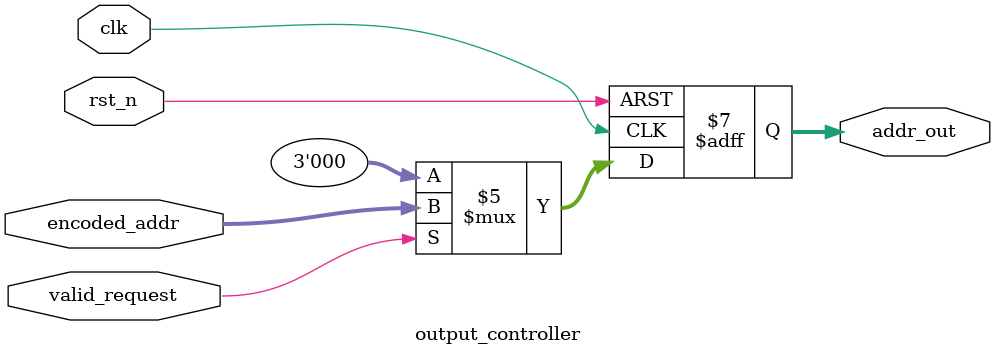
<source format=sv>
module prio_enc_sync_rst #(
  parameter WIDTH = 8,  // 输入请求宽度
  parameter ADDR  = 3   // 输出地址宽度
)(
  input                  clk,      // 时钟信号
  input                  rst_n,    // 低电平有效复位
  input      [WIDTH-1:0] req_in,   // 请求输入信号
  output reg [ADDR-1:0]  addr_out  // 地址输出
);

  // 内部连线
  wire [ADDR-1:0] encoded_addr;
  wire            valid_request;

  // 实例化请求处理模块
  request_detector #(
    .WIDTH(WIDTH)
  ) req_detect_inst (
    .req_in        (req_in),
    .valid_request (valid_request)
  );

  // 实例化编码逻辑模块
  priority_encoder #(
    .WIDTH(WIDTH),
    .ADDR(ADDR)
  ) encoder_inst (
    .req_in       (req_in),
    .encoded_addr (encoded_addr)
  );

  // 实例化输出控制模块
  output_controller #(
    .ADDR(ADDR)
  ) out_ctrl_inst (
    .clk          (clk),
    .rst_n        (rst_n),
    .valid_request(valid_request),
    .encoded_addr (encoded_addr),
    .addr_out     (addr_out)
  );

endmodule

//-----------------------------------------------------------------------------
// 子模块: 请求检测模块
//-----------------------------------------------------------------------------
module request_detector #(
  parameter WIDTH = 8  // 输入请求宽度
)(
  input  [WIDTH-1:0] req_in,        // 请求输入信号
  output             valid_request  // 有效请求指示
);

  // 使用归约或操作检测有效请求
  assign valid_request = |req_in;

endmodule

//-----------------------------------------------------------------------------
// 子模块: 优先级编码逻辑模块
//-----------------------------------------------------------------------------
module priority_encoder #(
  parameter WIDTH = 8,  // 输入请求宽度
  parameter ADDR  = 3   // 输出地址宽度
)(
  input  [WIDTH-1:0] req_in,        // 请求输入信号
  output [ADDR-1:0]  encoded_addr   // 编码地址结果
);

  // 内部信号
  reg [ADDR-1:0] addr_comb;
  reg [WIDTH-1:0] mask;
  integer i;

  // 优化后的组合逻辑实现优先级编码
  always @(*) begin
    addr_comb = {ADDR{1'b0}}; // 默认值
    mask = {WIDTH{1'b1}};     // 初始掩码全1
    
    // 使用掩码技术优化比较链
    for (i = WIDTH-1; i >= 0; i = i-1) begin
      if (req_in[i] && mask[i]) begin
        addr_comb = i[ADDR-1:0];
        mask = {WIDTH{1'b0}}; // 找到最高优先级后停止搜索
      end
    end
  end

  // 输出赋值
  assign encoded_addr = addr_comb;

endmodule

//-----------------------------------------------------------------------------
// 子模块: 输出控制模块
//-----------------------------------------------------------------------------
module output_controller #(
  parameter ADDR = 3  // 地址宽度
)(
  input             clk,           // 时钟信号
  input             rst_n,         // 低电平有效复位
  input             valid_request, // 有效请求指示
  input  [ADDR-1:0] encoded_addr,  // 编码地址输入
  output reg [ADDR-1:0] addr_out   // 地址输出
);

  // 时序逻辑处理输出寄存器
  always @(posedge clk or negedge rst_n) begin
    if (!rst_n) begin
      addr_out <= {ADDR{1'b0}};
    end else begin
      // 仅在有有效请求时更新输出
      if (valid_request) begin
        addr_out <= encoded_addr;
      end else begin
        addr_out <= {ADDR{1'b0}};
      end
    end
  end

endmodule
</source>
